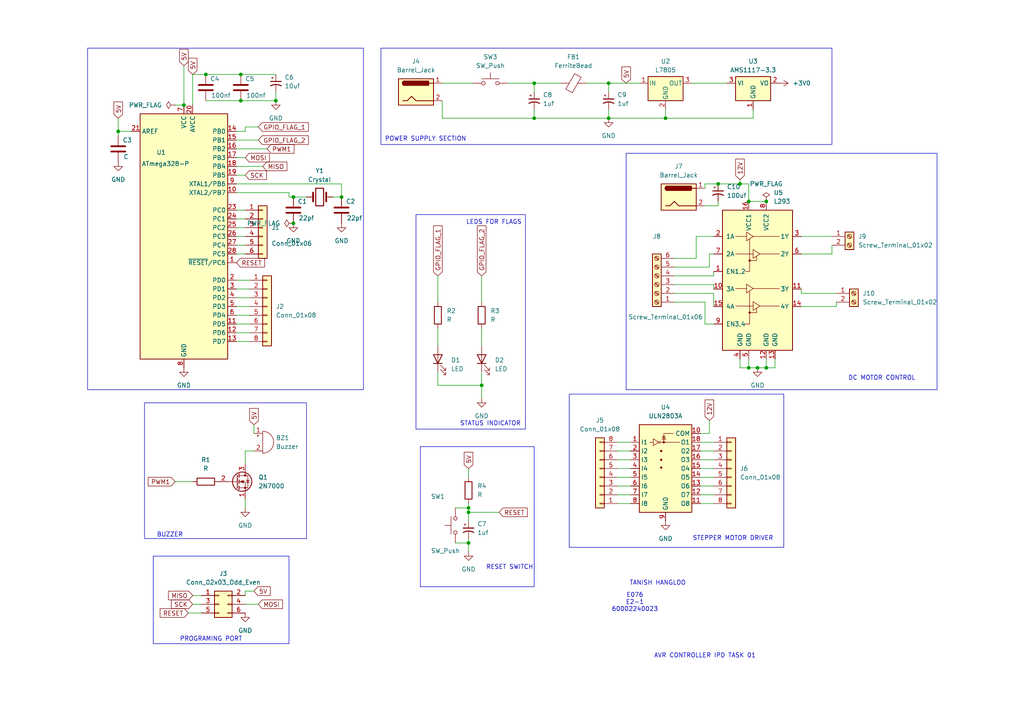
<source format=kicad_sch>
(kicad_sch (version 20250114) (generator "eeschema") (generator_version "9.0")
  (paper "A4")
  (lib_symbols
    (symbol "Connector:Barrel_Jack" (pin_names (offset 1.016))
      (property "Reference" "J" (at 0 5.334 0))
      (property "Value" "Barrel_Jack" (at 0 -5.08 0))
      (symbol "Barrel_Jack_1_1"
        (pin passive line (at 7.62 2.54 180) (length 2.54) (name "~") (number "1"))
        (pin passive line (at 7.62 -2.54 180) (length 2.54) (name "~") (number "2"))
      )
    )
    (symbol "Connector:Screw_Terminal_01x02" (pin_names (offset 1.016) (hide yes))
      (property "Reference" "J" (at 0 2.54 0))
      (property "Value" "Screw_Terminal_01x02" (at 0 -5.08 0))
      (symbol "Screw_Terminal_01x02_1_1"
        (pin passive line (at -5.08 0 0) (length 3.81) (name "Pin_1") (number "1"))
        (pin passive line (at -5.08 -2.54 0) (length 3.81) (name "Pin_2") (number "2"))
      )
    )
    (symbol "Connector:Screw_Terminal_01x06" (pin_names (offset 1.016) (hide yes))
      (property "Reference" "J" (at 0 7.62 0))
      (property "Value" "Screw_Terminal_01x06" (at 0 -10.16 0))
      (symbol "Screw_Terminal_01x06_1_1"
        (pin passive line (at -5.08 5.08 0) (length 3.81) (name "Pin_1") (number "1"))
        (pin passive line (at -5.08 2.54 0) (length 3.81) (name "Pin_2") (number "2"))
        (pin passive line (at -5.08 0 0) (length 3.81) (name "Pin_3") (number "3"))
        (pin passive line (at -5.08 -2.54 0) (length 3.81) (name "Pin_4") (number "4"))
        (pin passive line (at -5.08 -5.08 0) (length 3.81) (name "Pin_5") (number "5"))
        (pin passive line (at -5.08 -7.62 0) (length 3.81) (name "Pin_6") (number "6"))
      )
    )
    (symbol "Connector_Generic:Conn_01x06" (pin_names (offset 1.016) (hide yes))
      (property "Reference" "J" (at 0 7.62 0))
      (property "Value" "Conn_01x06" (at 0 -10.16 0))
      (symbol "Conn_01x06_1_1"
        (pin passive line (at -5.08 5.08 0) (length 3.81) (name "Pin_1") (number "1"))
        (pin passive line (at -5.08 2.54 0) (length 3.81) (name "Pin_2") (number "2"))
        (pin passive line (at -5.08 0 0) (length 3.81) (name "Pin_3") (number "3"))
        (pin passive line (at -5.08 -2.54 0) (length 3.81) (name "Pin_4") (number "4"))
        (pin passive line (at -5.08 -5.08 0) (length 3.81) (name "Pin_5") (number "5"))
        (pin passive line (at -5.08 -7.62 0) (length 3.81) (name "Pin_6") (number "6"))
      )
    )
    (symbol "Connector_Generic:Conn_01x08" (pin_names (offset 1.016) (hide yes))
      (property "Reference" "J" (at 0 10.16 0))
      (property "Value" "Conn_01x08" (at 0 -12.7 0))
      (symbol "Conn_01x08_1_1"
        (pin passive line (at -5.08 7.62 0) (length 3.81) (name "Pin_1") (number "1"))
        (pin passive line (at -5.08 5.08 0) (length 3.81) (name "Pin_2") (number "2"))
        (pin passive line (at -5.08 2.54 0) (length 3.81) (name "Pin_3") (number "3"))
        (pin passive line (at -5.08 0 0) (length 3.81) (name "Pin_4") (number "4"))
        (pin passive line (at -5.08 -2.54 0) (length 3.81) (name "Pin_5") (number "5"))
        (pin passive line (at -5.08 -5.08 0) (length 3.81) (name "Pin_6") (number "6"))
        (pin passive line (at -5.08 -7.62 0) (length 3.81) (name "Pin_7") (number "7"))
        (pin passive line (at -5.08 -10.16 0) (length 3.81) (name "Pin_8") (number "8"))
      )
    )
    (symbol "Connector_Generic:Conn_02x03_Odd_Even" (pin_names (offset 1.016) (hide yes))
      (property "Reference" "J" (at 1.27 5.08 0))
      (property "Value" "Conn_02x03_Odd_Even" (at 1.27 -5.08 0))
      (symbol "Conn_02x03_Odd_Even_1_1"
        (pin passive line (at -5.08 2.54 0) (length 3.81) (name "Pin_1") (number "1"))
        (pin passive line (at -5.08 0 0) (length 3.81) (name "Pin_3") (number "3"))
        (pin passive line (at -5.08 -2.54 0) (length 3.81) (name "Pin_5") (number "5"))
        (pin passive line (at 7.62 2.54 180) (length 3.81) (name "Pin_2") (number "2"))
        (pin passive line (at 7.62 0 180) (length 3.81) (name "Pin_4") (number "4"))
        (pin passive line (at 7.62 -2.54 180) (length 3.81) (name "Pin_6") (number "6"))
      )
    )
    (symbol "Device:Buzzer" (pin_names (offset 0.0254) (hide yes))
      (property "Reference" "BZ" (at 3.81 1.27 0))
      (property "Value" "Buzzer" (at 3.81 -1.27 0))
      (symbol "Buzzer_1_1"
        (pin passive line (at -2.54 2.54 0) (length 2.54) (name "+") (number "1"))
        (pin passive line (at -2.54 -2.54 0) (length 2.54) (name "-") (number "2"))
      )
    )
    (symbol "Device:C" (pin_numbers (hide yes)) (pin_names (offset 0.254))
      (property "Reference" "C" (at 0.635 2.54 0))
      (property "Value" "C" (at 0.635 -2.54 0))
      (symbol "C_1_1"
        (pin passive line (at 0 3.81 270) (length 2.794) (name "~") (number "1"))
        (pin passive line (at 0 -3.81 90) (length 2.794) (name "~") (number "2"))
      )
    )
    (symbol "Device:C_Polarized_Small_US" (pin_numbers (hide yes)) (pin_names (offset 0.254) (hide yes))
      (property "Reference" "C" (at 0.254 1.778 0))
      (property "Value" "C_Polarized_Small_US" (at 0.254 -2.032 0))
      (symbol "C_Polarized_Small_US_1_1"
        (pin passive line (at 0 2.54 270) (length 2.032) (name "~") (number "1"))
        (pin passive line (at 0 -2.54 90) (length 2.032) (name "~") (number "2"))
      )
    )
    (symbol "Device:Crystal" (pin_numbers (hide yes)) (pin_names (offset 1.016) (hide yes))
      (property "Reference" "Y" (at 0 3.81 0))
      (property "Value" "Crystal" (at 0 -3.81 0))
      (symbol "Crystal_1_1"
        (pin passive line (at -3.81 0 0) (length 1.27) (name "1") (number "1"))
        (pin passive line (at 3.81 0 180) (length 1.27) (name "2") (number "2"))
      )
    )
    (symbol "Device:FerriteBead" (pin_numbers (hide yes)) (pin_names (offset 0))
      (property "Reference" "FB" (at -3.81 0.635 90))
      (property "Value" "FerriteBead" (at 3.81 0 90))
      (symbol "FerriteBead_1_1"
        (pin passive line (at 0 3.81 270) (length 2.54) (name "~") (number "1"))
        (pin passive line (at 0 -3.81 90) (length 2.54) (name "~") (number "2"))
      )
    )
    (symbol "Device:LED" (pin_numbers (hide yes)) (pin_names (offset 1.016) (hide yes))
      (property "Reference" "D" (at 0 2.54 0))
      (property "Value" "LED" (at 0 -2.54 0))
      (symbol "LED_1_1"
        (pin passive line (at -3.81 0 0) (length 2.54) (name "K") (number "1"))
        (pin passive line (at 3.81 0 180) (length 2.54) (name "A") (number "2"))
      )
    )
    (symbol "Device:R" (pin_numbers (hide yes)) (pin_names (offset 0))
      (property "Reference" "R" (at 2.032 0 90))
      (property "Value" "R" (at 0 0 90))
      (symbol "R_1_1"
        (pin passive line (at 0 3.81 270) (length 1.27) (name "~") (number "1"))
        (pin passive line (at 0 -3.81 90) (length 1.27) (name "~") (number "2"))
      )
    )
    (symbol "Driver_Motor:L293" (pin_names (offset 1.016))
      (property "Reference" "U" (at -5.08 26.035 0))
      (property "Value" "L293" (at -5.08 24.13 0))
      (symbol "L293_1_1"
        (pin input line (at -12.7 15.24 0) (length 2.54) (name "1A") (number "2"))
        (pin input line (at -12.7 10.16 0) (length 2.54) (name "2A") (number "7"))
        (pin input line (at -12.7 5.08 0) (length 2.54) (name "EN1,2") (number "1"))
        (pin input line (at -12.7 0 0) (length 2.54) (name "3A") (number "10"))
        (pin input line (at -12.7 -5.08 0) (length 2.54) (name "4A") (number "15"))
        (pin input line (at -12.7 -10.16 0) (length 2.54) (name "EN3,4") (number "9"))
        (pin power_in line (at -5.08 -20.32 90) (length 2.54) (name "GND") (number "4"))
        (pin power_in line (at -2.54 25.4 270) (length 2.54) (name "VCC1") (number "16"))
        (pin power_in line (at -2.54 -20.32 90) (length 2.54) (name "GND") (number "5"))
        (pin power_in line (at 2.54 25.4 270) (length 2.54) (name "VCC2") (number "8"))
        (pin power_in line (at 2.54 -20.32 90) (length 2.54) (name "GND") (number "12"))
        (pin power_in line (at 5.08 -20.32 90) (length 2.54) (name "GND") (number "13"))
        (pin output line (at 12.7 15.24 180) (length 2.54) (name "1Y") (number "3"))
        (pin output line (at 12.7 10.16 180) (length 2.54) (name "2Y") (number "6"))
        (pin output line (at 12.7 0 180) (length 2.54) (name "3Y") (number "11"))
        (pin output line (at 12.7 -5.08 180) (length 2.54) (name "4Y") (number "14"))
      )
    )
    (symbol "MCU_Microchip_ATmega:ATmega328-P"
      (property "Reference" "U" (at -12.7 36.83 0))
      (property "Value" "ATmega328-P" (at 2.54 -36.83 0))
      (symbol "ATmega328-P_1_1"
        (pin passive line (at -15.24 30.48 0) (length 2.54) (name "AREF") (number "21"))
        (pin power_in line (at 0 38.1 270) (length 2.54) (name "VCC") (number "7"))
        (pin passive line (at 0 -38.1 90) (length 2.54) (hide yes) (name "GND") (number "22"))
        (pin power_in line (at 0 -38.1 90) (length 2.54) (name "GND") (number "8"))
        (pin power_in line (at 2.54 38.1 270) (length 2.54) (name "AVCC") (number "20"))
        (pin bidirectional line (at 15.24 30.48 180) (length 2.54) (name "PB0") (number "14"))
        (pin bidirectional line (at 15.24 27.94 180) (length 2.54) (name "PB1") (number "15"))
        (pin bidirectional line (at 15.24 25.4 180) (length 2.54) (name "PB2") (number "16"))
        (pin bidirectional line (at 15.24 22.86 180) (length 2.54) (name "PB3") (number "17"))
        (pin bidirectional line (at 15.24 20.32 180) (length 2.54) (name "PB4") (number "18"))
        (pin bidirectional line (at 15.24 17.78 180) (length 2.54) (name "PB5") (number "19"))
        (pin bidirectional line (at 15.24 15.24 180) (length 2.54) (name "XTAL1/PB6") (number "9"))
        (pin bidirectional line (at 15.24 12.7 180) (length 2.54) (name "XTAL2/PB7") (number "10"))
        (pin bidirectional line (at 15.24 7.62 180) (length 2.54) (name "PC0") (number "23"))
        (pin bidirectional line (at 15.24 5.08 180) (length 2.54) (name "PC1") (number "24"))
        (pin bidirectional line (at 15.24 2.54 180) (length 2.54) (name "PC2") (number "25"))
        (pin bidirectional line (at 15.24 0 180) (length 2.54) (name "PC3") (number "26"))
        (pin bidirectional line (at 15.24 -2.54 180) (length 2.54) (name "PC4") (number "27"))
        (pin bidirectional line (at 15.24 -5.08 180) (length 2.54) (name "PC5") (number "28"))
        (pin bidirectional line (at 15.24 -7.62 180) (length 2.54) (name "~{RESET}/PC6") (number "1"))
        (pin bidirectional line (at 15.24 -12.7 180) (length 2.54) (name "PD0") (number "2"))
        (pin bidirectional line (at 15.24 -15.24 180) (length 2.54) (name "PD1") (number "3"))
        (pin bidirectional line (at 15.24 -17.78 180) (length 2.54) (name "PD2") (number "4"))
        (pin bidirectional line (at 15.24 -20.32 180) (length 2.54) (name "PD3") (number "5"))
        (pin bidirectional line (at 15.24 -22.86 180) (length 2.54) (name "PD4") (number "6"))
        (pin bidirectional line (at 15.24 -25.4 180) (length 2.54) (name "PD5") (number "11"))
        (pin bidirectional line (at 15.24 -27.94 180) (length 2.54) (name "PD6") (number "12"))
        (pin bidirectional line (at 15.24 -30.48 180) (length 2.54) (name "PD7") (number "13"))
      )
    )
    (symbol "Regulator_Linear:AMS1117-3.3"
      (property "Reference" "U" (at -3.81 3.175 0))
      (property "Value" "AMS1117-3.3" (at 0 3.175 0))
      (symbol "AMS1117-3.3_1_1"
        (pin power_in line (at -7.62 0 0) (length 2.54) (name "VI") (number "3"))
        (pin power_in line (at 0 -7.62 90) (length 2.54) (name "GND") (number "1"))
        (pin power_out line (at 7.62 0 180) (length 2.54) (name "VO") (number "2"))
      )
    )
    (symbol "Regulator_Linear:L7805" (pin_names (offset 0.254))
      (property "Reference" "U" (at -3.81 3.175 0))
      (property "Value" "L7805" (at 0 3.175 0))
      (symbol "L7805_1_1"
        (pin power_in line (at -7.62 0 0) (length 2.54) (name "IN") (number "1"))
        (pin power_in line (at 0 -7.62 90) (length 2.54) (name "GND") (number "2"))
        (pin power_out line (at 7.62 0 180) (length 2.54) (name "OUT") (number "3"))
      )
    )
    (symbol "Switch:SW_Push" (pin_numbers (hide yes)) (pin_names (offset 1.016) (hide yes))
      (property "Reference" "SW" (at 1.27 2.54 0))
      (property "Value" "SW_Push" (at 0 -1.524 0))
      (symbol "SW_Push_0_1"
        (pin passive line (at -5.08 0 0) (length 2.54) (name "1") (number "1"))
        (pin passive line (at 5.08 0 180) (length 2.54) (name "2") (number "2"))
      )
    )
    (symbol "Transistor_Array:ULN2803A"
      (property "Reference" "U" (at 0 13.335 0))
      (property "Value" "ULN2803A" (at 0 11.43 0))
      (symbol "ULN2803A_1_1"
        (pin input line (at -10.16 5.08 0) (length 2.54) (name "I1") (number "1"))
        (pin input line (at -10.16 2.54 0) (length 2.54) (name "I2") (number "2"))
        (pin input line (at -10.16 0 0) (length 2.54) (name "I3") (number "3"))
        (pin input line (at -10.16 -2.54 0) (length 2.54) (name "I4") (number "4"))
        (pin input line (at -10.16 -5.08 0) (length 2.54) (name "I5") (number "5"))
        (pin input line (at -10.16 -7.62 0) (length 2.54) (name "I6") (number "6"))
        (pin input line (at -10.16 -10.16 0) (length 2.54) (name "I7") (number "7"))
        (pin input line (at -10.16 -12.7 0) (length 2.54) (name "I8") (number "8"))
        (pin power_in line (at 0 -17.78 90) (length 2.54) (name "GND") (number "9"))
        (pin passive line (at 10.16 7.62 180) (length 2.54) (name "COM") (number "10"))
        (pin open_collector line (at 10.16 5.08 180) (length 2.54) (name "O1") (number "18"))
        (pin open_collector line (at 10.16 2.54 180) (length 2.54) (name "O2") (number "17"))
        (pin open_collector line (at 10.16 0 180) (length 2.54) (name "O3") (number "16"))
        (pin open_collector line (at 10.16 -2.54 180) (length 2.54) (name "O4") (number "15"))
        (pin open_collector line (at 10.16 -5.08 180) (length 2.54) (name "O5") (number "14"))
        (pin open_collector line (at 10.16 -7.62 180) (length 2.54) (name "O6") (number "13"))
        (pin open_collector line (at 10.16 -10.16 180) (length 2.54) (name "O7") (number "12"))
        (pin open_collector line (at 10.16 -12.7 180) (length 2.54) (name "O8") (number "11"))
      )
    )
    (symbol "Transistor_FET:2N7000" (pin_names (hide yes))
      (property "Reference" "Q" (at 5.08 1.905 0))
      (property "Value" "2N7000" (at 5.08 0 0))
      (symbol "2N7000_1_1"
        (pin input line (at -5.08 0 0) (length 2.54) (name "G") (number "2"))
        (pin passive line (at 2.54 5.08 270) (length 2.54) (name "D") (number "3"))
        (pin passive line (at 2.54 -5.08 90) (length 2.54) (name "S") (number "1"))
      )
    )
    (symbol "power:+3V0" (power) (pin_numbers (hide yes)) (pin_names (offset 0) (hide yes))
      (property "Value" "+3V0" (at 0 3.556 0))
      (symbol "+3V0_1_1"
        (pin power_in line (at 0 0 90) (length 0) (name "~") (number "1"))
      )
    )
    (symbol "power:GND" (power) (pin_numbers (hide yes)) (pin_names (offset 0) (hide yes))
      (property "Value" "GND" (at 0 -3.81 0))
      (symbol "GND_1_1"
        (pin power_in line (at 0 0 270) (length 0) (name "~") (number "1"))
      )
    )
    (symbol "power:PWR_FLAG" (power) (pin_numbers (hide yes)) (pin_names (offset 0) (hide yes))
      (property "Value" "PWR_FLAG" (at 0 3.81 0))
      (symbol "PWR_FLAG_0_0"
        (pin power_out line (at 0 0 90) (length 0) (name "~") (number "1"))
      )
    )
  )
  (rectangle (start 121.92 129.54) (end 154.94 170.18))
  (rectangle (start 41.91 116.84) (end 88.9 156.21))
  (rectangle (start 165.1 114.3) (end 227.33 158.75))
  (rectangle (start 120.65 62.23) (end 152.4 124.46))
  (rectangle (start 25.4 13.97) (end 105.41 113.03))
  (rectangle (start 110.49 13.97) (end 241.3 41.91))
  (rectangle (start 44.45 161.29) (end 83.82 186.69))
  (rectangle (start 181.61 44.45) (end 271.78 113.03))
  (text "PROGRAMING PORT\n" (at 61.214 185.42 0) (effects (font (size 1.27 1.27))))
  (text "DC MOTOR CONTROL\n" (at 255.778 109.728 0) (effects (font (size 1.27 1.27))))
  (text "BUZZER\n" (at 49.276 155.194 0) (effects (font (size 1.27 1.27))))
  (text "AVR CONTROLLER IPD TASK 01\n" (at 204.47 190.246 0) (effects (font (size 1.27 1.27))))
  (text "RESET SWITCH\n" (at 147.828 164.592 0) (effects (font (size 1.27 1.27))))
  (text "STEPPER MOTOR DRIVER\n" (at 212.598 156.21 0) (effects (font (size 1.27 1.27))))
  (text "STATUS INDICATOR\n" (at 142.24 122.936 0) (effects (font (size 1.27 1.27))))
  (text "POWER SUPPLY SECTION\n" (at 123.444 40.386 0) (effects (font (size 1.27 1.27))))
  (text "LEDS FOR FLAGS\n" (at 143.256 64.516 0) (effects (font (size 1.27 1.27))))
  (text "TANISH HANGLOO" (at 190.754 169.164 0) (effects (font (size 1.27 1.27))))
  (text "E076\nE2-1\n60002240023\n" (at 184.15 174.752 0) (effects (font (size 1.27 1.27))))
  (junction (at 34.29 38.1))
  (junction (at 53.34 30.48))
  (junction (at 99.06 57.15))
  (junction (at 80.01 29.21))
  (junction (at 176.53 24.13))
  (junction (at 222.25 106.68))
  (junction (at 135.89 147.32))
  (junction (at 193.04 34.29))
  (junction (at 69.85 21.59))
  (junction (at 59.69 21.59))
  (junction (at 85.09 64.77))
  (junction (at 217.17 58.42))
  (junction (at 222.25 58.42))
  (junction (at 214.63 53.34))
  (junction (at 154.94 34.29))
  (junction (at 217.17 106.68))
  (junction (at 139.7 111.76))
  (junction (at 69.85 29.21))
  (junction (at 176.53 34.29))
  (junction (at 135.89 157.48))
  (junction (at 135.89 148.59))
  (junction (at 219.71 106.68))
  (junction (at 85.09 57.15))
  (junction (at 154.94 24.13))
  (junction (at 208.28 53.34))
  (wire (pts (xy 135.89 148.59) (xy 135.89 151.13)))
  (wire (pts (xy 71.12 50.8) (xy 68.58 50.8)))
  (wire (pts (xy 154.94 31.75) (xy 154.94 34.29)))
  (wire (pts (xy 207.01 138.43) (xy 203.2 138.43)))
  (wire (pts (xy 201.93 74.93) (xy 195.58 74.93)))
  (wire (pts (xy 69.85 21.59) (xy 80.01 21.59)))
  (wire (pts (xy 154.94 24.13) (xy 154.94 26.67)))
  (wire (pts (xy 83.82 55.88) (xy 68.58 55.88)))
  (wire (pts (xy 132.08 147.32) (xy 135.89 147.32)))
  (wire (pts (xy 218.44 34.29) (xy 218.44 31.75)))
  (wire (pts (xy 128.27 34.29) (xy 154.94 34.29)))
  (wire (pts (xy 179.07 135.89) (xy 182.88 135.89)))
  (wire (pts (xy 207.01 143.51) (xy 203.2 143.51)))
  (wire (pts (xy 72.39 86.36) (xy 68.58 86.36)))
  (wire (pts (xy 50.8 30.48) (xy 53.34 30.48)))
  (wire (pts (xy 54.61 177.8) (xy 58.42 177.8)))
  (wire (pts (xy 195.58 85.09) (xy 207.01 85.09)))
  (wire (pts (xy 135.89 156.21) (xy 135.89 157.48)))
  (wire (pts (xy 193.04 31.75) (xy 193.04 34.29)))
  (wire (pts (xy 139.7 107.95) (xy 139.7 111.76)))
  (wire (pts (xy 71.12 130.81) (xy 71.12 134.62)))
  (wire (pts (xy 55.88 21.59) (xy 59.69 21.59)))
  (wire (pts (xy 207.01 128.27) (xy 203.2 128.27)))
  (wire (pts (xy 232.41 85.09) (xy 232.41 83.82)))
  (wire (pts (xy 135.89 146.05) (xy 135.89 147.32)))
  (wire (pts (xy 241.3 73.66) (xy 241.3 71.12)))
  (wire (pts (xy 38.1 38.1) (xy 34.29 38.1)))
  (wire (pts (xy 74.93 36.83) (xy 71.12 36.83)))
  (wire (pts (xy 135.89 147.32) (xy 135.89 148.59)))
  (wire (pts (xy 73.66 171.45) (xy 71.12 171.45)))
  (wire (pts (xy 232.41 88.9) (xy 242.57 88.9)))
  (wire (pts (xy 55.88 172.72) (xy 58.42 172.72)))
  (wire (pts (xy 74.93 40.64) (xy 68.58 40.64)))
  (wire (pts (xy 53.34 19.05) (xy 53.34 30.48)))
  (wire (pts (xy 179.07 143.51) (xy 182.88 143.51)))
  (wire (pts (xy 34.29 34.29) (xy 34.29 38.1)))
  (wire (pts (xy 207.01 135.89) (xy 203.2 135.89)))
  (wire (pts (xy 99.06 53.34) (xy 68.58 53.34)))
  (wire (pts (xy 72.39 88.9) (xy 68.58 88.9)))
  (wire (pts (xy 96.52 57.15) (xy 99.06 57.15)))
  (wire (pts (xy 72.39 83.82) (xy 68.58 83.82)))
  (wire (pts (xy 71.12 68.58) (xy 68.58 68.58)))
  (wire (pts (xy 127 107.95) (xy 127 111.76)))
  (wire (pts (xy 135.89 135.89) (xy 135.89 138.43)))
  (wire (pts (xy 176.53 31.75) (xy 176.53 34.29)))
  (wire (pts (xy 127 95.25) (xy 127 100.33)))
  (wire (pts (xy 72.39 91.44) (xy 68.58 91.44)))
  (wire (pts (xy 207.01 133.35) (xy 203.2 133.35)))
  (wire (pts (xy 80.01 26.67) (xy 80.01 29.21)))
  (wire (pts (xy 128.27 24.13) (xy 137.16 24.13)))
  (wire (pts (xy 200.66 24.13) (xy 210.82 24.13)))
  (wire (pts (xy 217.17 104.14) (xy 217.17 106.68)))
  (wire (pts (xy 179.07 138.43) (xy 182.88 138.43)))
  (wire (pts (xy 68.58 48.26) (xy 76.2 48.26)))
  (wire (pts (xy 132.08 157.48) (xy 135.89 157.48)))
  (wire (pts (xy 217.17 106.68) (xy 219.71 106.68)))
  (wire (pts (xy 71.12 66.04) (xy 68.58 66.04)))
  (wire (pts (xy 176.53 34.29) (xy 193.04 34.29)))
  (wire (pts (xy 205.74 125.73) (xy 205.74 121.92)))
  (wire (pts (xy 73.66 123.19) (xy 73.66 125.73)))
  (wire (pts (xy 208.28 58.42) (xy 208.28 59.69)))
  (wire (pts (xy 176.53 24.13) (xy 185.42 24.13)))
  (wire (pts (xy 193.04 34.29) (xy 218.44 34.29)))
  (wire (pts (xy 217.17 58.42) (xy 222.25 58.42)))
  (wire (pts (xy 204.47 53.34) (xy 208.28 53.34)))
  (wire (pts (xy 71.12 130.81) (xy 73.66 130.81)))
  (wire (pts (xy 55.88 175.26) (xy 58.42 175.26)))
  (wire (pts (xy 195.58 77.47) (xy 205.74 77.47)))
  (wire (pts (xy 154.94 24.13) (xy 162.56 24.13)))
  (wire (pts (xy 83.82 57.15) (xy 85.09 57.15)))
  (wire (pts (xy 71.12 36.83) (xy 71.12 38.1)))
  (wire (pts (xy 59.69 29.21) (xy 69.85 29.21)))
  (wire (pts (xy 69.85 29.21) (xy 80.01 29.21)))
  (wire (pts (xy 71.12 171.45) (xy 71.12 172.72)))
  (wire (pts (xy 71.12 73.66) (xy 68.58 73.66)))
  (wire (pts (xy 242.57 85.09) (xy 232.41 85.09)))
  (wire (pts (xy 204.47 54.61) (xy 204.47 53.34)))
  (wire (pts (xy 207.01 68.58) (xy 201.93 68.58)))
  (wire (pts (xy 219.71 106.68) (xy 222.25 106.68)))
  (wire (pts (xy 154.94 34.29) (xy 176.53 34.29)))
  (wire (pts (xy 207.01 130.81) (xy 203.2 130.81)))
  (wire (pts (xy 139.7 95.25) (xy 139.7 100.33)))
  (wire (pts (xy 205.74 77.47) (xy 205.74 73.66)))
  (wire (pts (xy 204.47 93.98) (xy 207.01 93.98)))
  (wire (pts (xy 72.39 81.28) (xy 68.58 81.28)))
  (wire (pts (xy 71.12 45.72) (xy 68.58 45.72)))
  (wire (pts (xy 208.28 53.34) (xy 214.63 53.34)))
  (wire (pts (xy 77.47 43.18) (xy 68.58 43.18)))
  (wire (pts (xy 72.39 93.98) (xy 68.58 93.98)))
  (wire (pts (xy 207.01 82.55) (xy 207.01 83.82)))
  (wire (pts (xy 179.07 146.05) (xy 182.88 146.05)))
  (wire (pts (xy 195.58 80.01) (xy 207.01 80.01)))
  (wire (pts (xy 72.39 96.52) (xy 68.58 96.52)))
  (wire (pts (xy 71.12 38.1) (xy 68.58 38.1)))
  (wire (pts (xy 55.88 21.59) (xy 55.88 30.48)))
  (wire (pts (xy 147.32 24.13) (xy 154.94 24.13)))
  (wire (pts (xy 50.8 139.7) (xy 55.88 139.7)))
  (wire (pts (xy 203.2 125.73) (xy 205.74 125.73)))
  (wire (pts (xy 179.07 133.35) (xy 182.88 133.35)))
  (wire (pts (xy 195.58 87.63) (xy 204.47 87.63)))
  (wire (pts (xy 214.63 52.07) (xy 214.63 53.34)))
  (wire (pts (xy 224.79 104.14) (xy 224.79 106.68)))
  (wire (pts (xy 207.01 140.97) (xy 203.2 140.97)))
  (wire (pts (xy 71.12 60.96) (xy 68.58 60.96)))
  (wire (pts (xy 232.41 73.66) (xy 241.3 73.66)))
  (wire (pts (xy 34.29 38.1) (xy 34.29 39.37)))
  (wire (pts (xy 85.09 57.15) (xy 88.9 57.15)))
  (wire (pts (xy 207.01 85.09) (xy 207.01 88.9)))
  (wire (pts (xy 222.25 104.14) (xy 222.25 106.68)))
  (wire (pts (xy 170.18 24.13) (xy 176.53 24.13)))
  (wire (pts (xy 71.12 147.32) (xy 71.12 144.78)))
  (wire (pts (xy 204.47 87.63) (xy 204.47 93.98)))
  (wire (pts (xy 127 80.01) (xy 127 87.63)))
  (wire (pts (xy 232.41 68.58) (xy 241.3 68.58)))
  (wire (pts (xy 179.07 140.97) (xy 182.88 140.97)))
  (wire (pts (xy 99.06 57.15) (xy 99.06 53.34)))
  (wire (pts (xy 201.93 68.58) (xy 201.93 74.93)))
  (wire (pts (xy 179.07 130.81) (xy 182.88 130.81)))
  (wire (pts (xy 205.74 73.66) (xy 207.01 73.66)))
  (wire (pts (xy 207.01 146.05) (xy 203.2 146.05)))
  (wire (pts (xy 207.01 80.01) (xy 207.01 78.74)))
  (wire (pts (xy 139.7 80.01) (xy 139.7 87.63)))
  (wire (pts (xy 214.63 104.14) (xy 214.63 106.68)))
  (wire (pts (xy 176.53 24.13) (xy 176.53 26.67)))
  (wire (pts (xy 127 111.76) (xy 139.7 111.76)))
  (wire (pts (xy 139.7 111.76) (xy 139.7 115.57)))
  (wire (pts (xy 72.39 99.06) (xy 68.58 99.06)))
  (wire (pts (xy 242.57 88.9) (xy 242.57 87.63)))
  (wire (pts (xy 204.47 59.69) (xy 208.28 59.69)))
  (wire (pts (xy 224.79 106.68) (xy 222.25 106.68)))
  (wire (pts (xy 74.93 175.26) (xy 71.12 175.26)))
  (wire (pts (xy 71.12 71.12) (xy 68.58 71.12)))
  (wire (pts (xy 135.89 148.59) (xy 144.78 148.59)))
  (wire (pts (xy 179.07 128.27) (xy 182.88 128.27)))
  (wire (pts (xy 83.82 57.15) (xy 83.82 55.88)))
  (wire (pts (xy 59.69 21.59) (xy 69.85 21.59)))
  (wire (pts (xy 71.12 63.5) (xy 68.58 63.5)))
  (wire (pts (xy 128.27 29.21) (xy 128.27 34.29)))
  (wire (pts (xy 135.89 157.48) (xy 135.89 160.02)))
  (wire (pts (xy 217.17 53.34) (xy 217.17 58.42)))
  (wire (pts (xy 214.63 106.68) (xy 217.17 106.68)))
  (wire (pts (xy 195.58 82.55) (xy 207.01 82.55)))
  (wire (pts (xy 214.63 53.34) (xy 217.17 53.34)))
  (global_label "PWM1" (shape input) (at 50.8 139.7 180) (property "Intersheetrefs" "${INTERSHEET_REFS}" (effects (hide yes))))
  (global_label "MOSI" (shape input) (at 71.12 45.72 0) (property "Intersheetrefs" "${INTERSHEET_REFS}" (effects (hide yes))))
  (global_label "MISO" (shape input) (at 76.2 48.26 0) (property "Intersheetrefs" "${INTERSHEET_REFS}" (effects (hide yes))))
  (global_label "PWM1" (shape input) (at 77.47 43.18 0) (property "Intersheetrefs" "${INTERSHEET_REFS}" (effects (hide yes))))
  (global_label "GPIO_FLAG_1" (shape input) (at 74.93 36.83 0) (property "Intersheetrefs" "${INTERSHEET_REFS}" (effects (hide yes))))
  (global_label "RESET" (shape input) (at 144.78 148.59 0) (property "Intersheetrefs" "${INTERSHEET_REFS}" (effects (hide yes))))
  (global_label "5V" (shape input) (at 34.29 34.29 90) (property "Intersheetrefs" "${INTERSHEET_REFS}" (effects (hide yes))))
  (global_label "SCK" (shape input) (at 55.88 175.26 180) (property "Intersheetrefs" "${INTERSHEET_REFS}" (effects (hide yes))))
  (global_label "GPIO_FLAG_2" (shape input) (at 139.7 80.01 90) (property "Intersheetrefs" "${INTERSHEET_REFS}" (effects (hide yes))))
  (global_label "MOSI" (shape input) (at 74.93 175.26 0) (property "Intersheetrefs" "${INTERSHEET_REFS}" (effects (hide yes))))
  (global_label "RESET" (shape input) (at 54.61 177.8 180) (property "Intersheetrefs" "${INTERSHEET_REFS}" (effects (hide yes))))
  (global_label "RESET" (shape input) (at 68.58 76.2 0) (property "Intersheetrefs" "${INTERSHEET_REFS}" (effects (hide yes))))
  (global_label "GPIO_FLAG_2" (shape input) (at 74.93 40.64 0) (property "Intersheetrefs" "${INTERSHEET_REFS}" (effects (hide yes))))
  (global_label "5V" (shape input) (at 181.61 24.13 90) (property "Intersheetrefs" "${INTERSHEET_REFS}" (effects (hide yes))))
  (global_label "5V" (shape input) (at 53.34 19.05 90) (property "Intersheetrefs" "${INTERSHEET_REFS}" (effects (hide yes))))
  (global_label "5V" (shape input) (at 73.66 123.19 90) (property "Intersheetrefs" "${INTERSHEET_REFS}" (effects (hide yes))))
  (global_label "5V" (shape input) (at 73.66 171.45 0) (property "Intersheetrefs" "${INTERSHEET_REFS}" (effects (hide yes))))
  (global_label "MISO" (shape input) (at 55.88 172.72 180) (property "Intersheetrefs" "${INTERSHEET_REFS}" (effects (hide yes))))
  (global_label "SCK" (shape input) (at 71.12 50.8 0) (property "Intersheetrefs" "${INTERSHEET_REFS}" (effects (hide yes))))
  (global_label "12V" (shape input) (at 214.63 52.07 90) (property "Intersheetrefs" "${INTERSHEET_REFS}" (effects (hide yes))))
  (global_label "12V" (shape input) (at 205.74 121.92 90) (property "Intersheetrefs" "${INTERSHEET_REFS}" (effects (hide yes))))
  (global_label "5V" (shape input) (at 55.88 21.59 90) (property "Intersheetrefs" "${INTERSHEET_REFS}" (effects (hide yes))))
  (global_label "5V" (shape input) (at 135.89 135.89 90) (property "Intersheetrefs" "${INTERSHEET_REFS}" (effects (hide yes))))
  (global_label "GPIO_FLAG_1" (shape input) (at 127 80.01 90) (property "Intersheetrefs" "${INTERSHEET_REFS}" (effects (hide yes))))
  (symbol (lib_id "Device:C") (at 34.29 43.18 0) (unit 1)
    (property "Reference" "C3" (at 35.56 40.64 0) (effects (justify left)))
    (property "Value" "C" (at 35.814 45.466 0) (effects (justify left)))
    (property "Footprint" "Capacitor_THT:C_Disc_D5.0mm_W2.5mm_P5.00mm" (effects (hide yes)))
    (property "Description" "Unpolarized capacitor" (effects (hide yes)))
  )
  (symbol (lib_id "Device:C_Polarized_Small_US") (at 80.01 24.13 0) (unit 1)
    (property "Reference" "C6" (at 82.55 22.4281 0) (effects (justify left)))
    (property "Value" "10uf" (at 82.55 24.9681 0) (effects (justify left)))
    (property "Footprint" "Capacitor_THT:CP_Radial_D5.0mm_P2.50mm" (effects (hide yes)))
    (property "Description" "Polarized capacitor, small US symbol" (effects (hide yes)))
  )
  (symbol (lib_id "power:GND") (at 71.12 177.8 0) (unit 1)
    (property "Reference" "#PWR05" (effects (hide yes)))
    (property "Value" "GND" (at 71.12 182.88 0))
    (property "Description" "Power symbol creates a global label with name \"GND\" , ground" (effects (hide yes)))
  )
  (symbol (lib_id "power:GND") (at 34.29 46.99 0) (unit 1)
    (property "Reference" "#PWR04" (effects (hide yes)))
    (property "Value" "GND" (at 34.29 52.07 0))
    (property "Description" "Power symbol creates a global label with name \"GND\" , ground" (effects (hide yes)))
  )
  (symbol (lib_id "power:PWR_FLAG") (at 50.8 30.48 90) (unit 1)
    (property "Reference" "#FLG01" (effects (hide yes)))
    (property "Value" "PWR_FLAG" (at 46.99 30.4799 90) (effects (justify left)))
    (property "Description" "Special symbol for telling ERC where power comes from" (effects (hide yes)))
  )
  (symbol (lib_id "Connector_Generic:Conn_01x08") (at 77.47 88.9 0) (unit 1)
    (property "Reference" "J2" (at 80.01 88.8999 0) (effects (justify left)))
    (property "Value" "Conn_01x08" (at 80.01 91.4399 0) (effects (justify left)))
    (property "Footprint" "Connector_PinHeader_2.54mm:PinHeader_1x08_P2.54mm_Vertical" (effects (hide yes)))
    (property "Description" "Generic connector, single row, 01x08, script generated (kicad-library-utils/schlib/autogen/connector/)" (effects (hide yes)))
  )
  (symbol (lib_id "power:GND") (at 99.06 64.77 0) (unit 1)
    (property "Reference" "#PWR013" (effects (hide yes)))
    (property "Value" "GND" (at 99.06 69.85 0))
    (property "Description" "Power symbol creates a global label with name \"GND\" , ground" (effects (hide yes)))
  )
  (symbol (lib_id "Transistor_FET:2N7000") (at 68.58 139.7 0) (unit 1)
    (property "Reference" "Q1" (at 74.93 138.4299 0) (effects (justify left)))
    (property "Value" "2N7000" (at 74.93 140.9699 0) (effects (justify left)))
    (property "Footprint" "Package_TO_SOT_THT:TO-92_Inline" (effects (hide yes)))
    (property "Datasheet" "https://www.vishay.com/docs/70226/70226.pdf" (effects (hide yes)))
    (property "Description" "0.2A Id, 200V Vds, N-Channel MOSFET, 2.6V Logic Level, TO-92" (effects (hide yes)))
  )
  (symbol (lib_id "power:GND") (at 53.34 106.68 0) (unit 1)
    (property "Reference" "#PWR02" (effects (hide yes)))
    (property "Value" "GND" (at 53.34 111.76 0))
    (property "Description" "Power symbol creates a global label with name \"GND\" , ground" (effects (hide yes)))
  )
  (symbol (lib_id "power:GND") (at 80.01 29.21 0) (unit 1)
    (property "Reference" "#PWR03" (effects (hide yes)))
    (property "Value" "GND" (at 80.01 34.29 0))
    (property "Description" "Power symbol creates a global label with name \"GND\" , ground" (effects (hide yes)))
  )
  (symbol (lib_id "Device:Buzzer") (at 76.2 128.27 0) (unit 1)
    (property "Reference" "BZ1" (at 80.01 126.9999 0) (effects (justify left)))
    (property "Value" "Buzzer" (at 80.01 129.5399 0) (effects (justify left)))
    (property "Footprint" "Connector_PinHeader_2.54mm:PinHeader_1x02_P2.54mm_Vertical" (effects (hide yes)))
    (property "Description" "Buzzer, polarized" (effects (hide yes)))
  )
  (symbol (lib_id "power:GND") (at 193.04 151.13 0) (unit 1)
    (property "Reference" "#PWR010" (effects (hide yes)))
    (property "Value" "GND" (at 193.04 156.21 0))
    (property "Description" "Power symbol creates a global label with name \"GND\" , ground" (effects (hide yes)))
  )
  (symbol (lib_id "power:GND") (at 85.09 64.77 0) (unit 1)
    (property "Reference" "#PWR01" (effects (hide yes)))
    (property "Value" "GND" (at 85.09 69.85 0))
    (property "Description" "Power symbol creates a global label with name \"GND\" , ground" (effects (hide yes)))
  )
  (symbol (lib_id "power:GND") (at 71.12 147.32 0) (unit 1)
    (property "Reference" "#PWR06" (effects (hide yes)))
    (property "Value" "GND" (at 71.12 152.4 0))
    (property "Description" "Power symbol creates a global label with name \"GND\" , ground" (effects (hide yes)))
  )
  (symbol (lib_id "Transistor_Array:ULN2803A") (at 193.04 133.35 0) (unit 1)
    (property "Reference" "U4" (at 193.04 118.11 0))
    (property "Value" "ULN2803A" (at 193.04 120.65 0))
    (property "Footprint" "Package_DIP:DIP-18_W7.62mm" (effects (hide yes)))
    (property "Datasheet" "http://www.ti.com/lit/ds/symlink/uln2803a.pdf" (effects (hide yes)))
    (property "Description" "Darlington Transistor Arrays, SOIC18/DIP18" (effects (hide yes)))
  )
  (symbol (lib_id "Device:R") (at 139.7 91.44 0) (unit 1)
    (property "Reference" "R3" (at 142.24 90.1699 0) (effects (justify left)))
    (property "Value" "R" (at 142.24 92.7099 0) (effects (justify left)))
    (property "Footprint" "Resistor_THT:R_Axial_DIN0207_L6.3mm_D2.5mm_P15.24mm_Horizontal" (effects (hide yes)))
    (property "Description" "Resistor" (effects (hide yes)))
  )
  (symbol (lib_id "Connector:Screw_Terminal_01x02") (at 247.65 85.09 0) (unit 1)
    (property "Reference" "J10" (at 250.19 85.0899 0) (effects (justify left)))
    (property "Value" "Screw_Terminal_01x02" (at 250.19 87.6299 0) (effects (justify left)))
    (property "Footprint" "Connector_PinHeader_2.54mm:PinHeader_1x02_P2.54mm_Vertical" (effects (hide yes)))
    (property "Description" "Generic screw terminal, single row, 01x02, script generated (kicad-library-utils/schlib/autogen/connector/)" (effects (hide yes)))
  )
  (symbol (lib_id "Connector:Screw_Terminal_01x06") (at 190.5 82.55 180) (unit 1)
    (property "Reference" "J8" (at 190.5 68.58 0))
    (property "Value" "Screw_Terminal_01x06" (at 193.04 91.948 0))
    (property "Footprint" "Connector_PinHeader_2.54mm:PinHeader_1x06_P2.54mm_Vertical" (effects (hide yes)))
    (property "Description" "Generic screw terminal, single row, 01x06, script generated (kicad-library-utils/schlib/autogen/connector/)" (effects (hide yes)))
  )
  (symbol (lib_id "Device:R") (at 135.89 142.24 0) (unit 1)
    (property "Reference" "R4" (at 138.43 140.9699 0) (effects (justify left)))
    (property "Value" "R" (at 138.43 143.5099 0) (effects (justify left)))
    (property "Footprint" "Resistor_THT:R_Axial_DIN0207_L6.3mm_D2.5mm_P15.24mm_Horizontal" (effects (hide yes)))
    (property "Description" "Resistor" (effects (hide yes)))
  )
  (symbol (lib_id "Device:FerriteBead") (at 166.37 24.13 90) (unit 1)
    (property "Reference" "FB1" (at 166.3192 16.51 90))
    (property "Value" "FerriteBead" (at 166.3192 19.05 90))
    (property "Footprint" "Resistor_THT:R_Axial_DIN0207_L6.3mm_D2.5mm_P7.62mm_Horizontal" (effects (hide yes)))
    (property "Description" "Ferrite bead" (effects (hide yes)))
  )
  (symbol (lib_id "Device:C") (at 85.09 60.96 0) (unit 1)
    (property "Reference" "C1" (at 86.36 58.42 0) (effects (justify left)))
    (property "Value" "22pf" (at 86.614 63.246 0) (effects (justify left)))
    (property "Footprint" "Capacitor_THT:C_Disc_D5.0mm_W2.5mm_P5.00mm" (effects (hide yes)))
    (property "Description" "Unpolarized capacitor" (effects (hide yes)))
  )
  (symbol (lib_id "Device:R") (at 127 91.44 0) (unit 1)
    (property "Reference" "R2" (at 129.54 90.1699 0) (effects (justify left)))
    (property "Value" "R" (at 129.54 92.7099 0) (effects (justify left)))
    (property "Footprint" "Resistor_THT:R_Axial_DIN0207_L6.3mm_D2.5mm_P15.24mm_Horizontal" (effects (hide yes)))
    (property "Description" "Resistor" (effects (hide yes)))
  )
  (symbol (lib_id "Device:Crystal") (at 92.71 57.15 0) (unit 1)
    (property "Reference" "Y1" (at 92.71 49.53 0))
    (property "Value" "Crystal" (at 92.71 52.07 0))
    (property "Footprint" "Crystal:Crystal_HC49-U_Vertical" (effects (hide yes)))
    (property "Description" "Two pin crystal" (effects (hide yes)))
  )
  (symbol (lib_id "Connector:Screw_Terminal_01x02") (at 246.38 68.58 0) (unit 1)
    (property "Reference" "J9" (at 248.92 68.5799 0) (effects (justify left)))
    (property "Value" "Screw_Terminal_01x02" (at 248.92 71.1199 0) (effects (justify left)))
    (property "Footprint" "Connector_PinHeader_2.54mm:PinHeader_1x02_P2.54mm_Vertical" (effects (hide yes)))
    (property "Description" "Generic screw terminal, single row, 01x02, script generated (kicad-library-utils/schlib/autogen/connector/)" (effects (hide yes)))
  )
  (symbol (lib_id "power:GND") (at 139.7 115.57 0) (unit 1)
    (property "Reference" "#PWR07" (effects (hide yes)))
    (property "Value" "GND" (at 139.7 120.65 0))
    (property "Description" "Power symbol creates a global label with name \"GND\" , ground" (effects (hide yes)))
  )
  (symbol (lib_id "Device:LED") (at 127 104.14 90) (unit 1)
    (property "Reference" "D1" (at 130.81 104.4574 90) (effects (justify right)))
    (property "Value" "LED" (at 130.81 106.9974 90) (effects (justify right)))
    (property "Footprint" "LED_THT:LED_D5.0mm" (effects (hide yes)))
    (property "Description" "Light emitting diode" (effects (hide yes)))
    (property "Sim.Pins" "1=K 2=A" (effects (hide yes)))
  )
  (symbol (lib_id "Device:C_Polarized_Small_US") (at 176.53 29.21 0) (unit 1)
    (property "Reference" "C9" (at 179.07 27.5081 0) (effects (justify left)))
    (property "Value" "1uf" (at 179.07 30.0481 0) (effects (justify left)))
    (property "Footprint" "Capacitor_THT:C_Disc_D5.0mm_W2.5mm_P5.00mm" (effects (hide yes)))
    (property "Description" "Polarized capacitor, small US symbol" (effects (hide yes)))
  )
  (symbol (lib_id "Regulator_Linear:L7805") (at 193.04 24.13 0) (unit 1)
    (property "Reference" "U2" (at 193.04 17.78 0))
    (property "Value" "L7805" (at 193.04 20.32 0))
    (property "Footprint" "Package_TO_SOT_THT:TO-220-3_Vertical" (effects (hide yes)))
    (property "Datasheet" "http://www.st.com/content/ccc/resource/technical/document/datasheet/41/4f/b3/b0/12/d4/47/88/CD00000444.pdf/files/CD00000444.pdf/jcr:content/translations/en.CD00000444.pdf" (effects (hide yes)))
    (property "Description" "Positive 1.5A 35V Linear Regulator, Fixed Output 5V, TO-220/TO-263/TO-252" (effects (hide yes)))
  )
  (symbol (lib_id "Driver_Motor:L293") (at 219.71 83.82 0) (unit 1)
    (property "Reference" "U5" (at 224.3933 55.88 0) (effects (justify left)))
    (property "Value" "L293" (at 224.3933 58.42 0) (effects (justify left)))
    (property "Footprint" "Package_DIP:DIP-16_W7.62mm" (effects (hide yes)))
    (property "Datasheet" "http://www.ti.com/lit/ds/symlink/l293.pdf" (effects (hide yes)))
    (property "Description" "Quadruple Half-H Drivers" (effects (hide yes)))
  )
  (symbol (lib_id "power:GND") (at 176.53 34.29 0) (unit 1)
    (property "Reference" "#PWR09" (effects (hide yes)))
    (property "Value" "GND" (at 176.53 39.37 0))
    (property "Description" "Power symbol creates a global label with name \"GND\" , ground" (effects (hide yes)))
  )
  (symbol (lib_id "power:GND") (at 135.89 160.02 0) (unit 1)
    (property "Reference" "#PWR08" (effects (hide yes)))
    (property "Value" "GND" (at 135.89 165.1 0))
    (property "Description" "Power symbol creates a global label with name \"GND\" , ground" (effects (hide yes)))
  )
  (symbol (lib_id "MCU_Microchip_ATmega:ATmega328-P") (at 53.34 68.58 0) (unit 1)
    (property "Reference" "U1" (at 46.736 44.196 0))
    (property "Value" "ATmega328-P" (at 48.006 47.498 0))
    (property "Footprint" "Package_DIP:DIP-28_W7.62mm" (effects (hide yes)))
    (property "Datasheet" "http://ww1.microchip.com/downloads/en/DeviceDoc/ATmega328_P%20AVR%20MCU%20with%20picoPower%20Technology%20Data%20Sheet%2040001984A.pdf" (effects (hide yes)))
    (property "Description" "20MHz, 32kB Flash, 2kB SRAM, 1kB EEPROM, DIP-28" (effects (hide yes)))
  )
  (symbol (lib_id "Connector:Barrel_Jack") (at 120.65 26.67 0) (unit 1)
    (property "Reference" "J4" (at 120.65 17.78 0))
    (property "Value" "Barrel_Jack" (at 120.65 20.32 0))
    (property "Footprint" "Connector_PinHeader_2.54mm:PinHeader_1x02_P2.54mm_Vertical" (effects (hide yes)))
    (property "Description" "DC Barrel Jack" (effects (hide yes)))
  )
  (symbol (lib_id "Device:LED") (at 139.7 104.14 90) (unit 1)
    (property "Reference" "D2" (at 143.51 104.4574 90) (effects (justify right)))
    (property "Value" "LED" (at 143.51 106.9974 90) (effects (justify right)))
    (property "Footprint" "LED_THT:LED_D5.0mm" (effects (hide yes)))
    (property "Description" "Light emitting diode" (effects (hide yes)))
    (property "Sim.Pins" "1=K 2=A" (effects (hide yes)))
  )
  (symbol (lib_id "Device:C_Polarized_Small_US") (at 135.89 153.67 0) (unit 1)
    (property "Reference" "C7" (at 138.43 151.9681 0) (effects (justify left)))
    (property "Value" "1uf" (at 138.43 154.5081 0) (effects (justify left)))
    (property "Footprint" "Capacitor_THT:C_Disc_D5.0mm_W2.5mm_P5.00mm" (effects (hide yes)))
    (property "Description" "Polarized capacitor, small US symbol" (effects (hide yes)))
  )
  (symbol (lib_id "power:PWR_FLAG") (at 222.25 58.42 0) (unit 1)
    (property "Reference" "#FLG03" (effects (hide yes)))
    (property "Value" "PWR_FLAG" (at 222.25 53.34 0))
    (property "Description" "Special symbol for telling ERC where power comes from" (effects (hide yes)))
  )
  (symbol (lib_id "Connector_Generic:Conn_02x03_Odd_Even") (at 63.5 175.26 0) (unit 1)
    (property "Reference" "J3" (at 64.77 166.37 0))
    (property "Value" "Conn_02x03_Odd_Even" (at 64.77 168.91 0))
    (property "Footprint" "Connector_PinHeader_2.54mm:PinHeader_2x03_P2.54mm_Vertical" (effects (hide yes)))
    (property "Description" "Generic connector, double row, 02x03, odd/even pin numbering scheme (row 1 odd numbers, row 2 even numbers), script generated (kicad-library-utils/schlib/autogen/connector/)" (effects (hide yes)))
  )
  (symbol (lib_id "Connector_Generic:Conn_01x08") (at 173.99 138.43 180) (unit 1)
    (property "Reference" "J5" (at 173.99 121.92 0))
    (property "Value" "Conn_01x08" (at 173.99 124.46 0))
    (property "Footprint" "Connector_PinHeader_2.54mm:PinHeader_1x08_P2.54mm_Vertical" (effects (hide yes)))
    (property "Description" "Generic connector, single row, 01x08, script generated (kicad-library-utils/schlib/autogen/connector/)" (effects (hide yes)))
  )
  (symbol (lib_id "Switch:SW_Push") (at 142.24 24.13 0) (unit 1)
    (property "Reference" "SW3" (at 142.24 16.51 0))
    (property "Value" "SW_Push" (at 142.24 19.05 0))
    (property "Footprint" "Connector_PinHeader_2.54mm:PinHeader_1x02_P2.54mm_Vertical" (effects (hide yes)))
    (property "Description" "Push button switch, generic, two pins" (effects (hide yes)))
  )
  (symbol (lib_id "Device:C_Polarized_Small_US") (at 154.94 29.21 0) (unit 1)
    (property "Reference" "C8" (at 157.48 27.5081 0) (effects (justify left)))
    (property "Value" "1uf" (at 157.48 30.0481 0) (effects (justify left)))
    (property "Footprint" "Capacitor_THT:C_Disc_D5.0mm_W2.5mm_P5.00mm" (effects (hide yes)))
    (property "Description" "Polarized capacitor, small US symbol" (effects (hide yes)))
  )
  (symbol (lib_id "Device:C") (at 69.85 25.4 0) (unit 1)
    (property "Reference" "C5" (at 71.12 22.86 0) (effects (justify left)))
    (property "Value" "100nf" (at 71.374 27.686 0) (effects (justify left)))
    (property "Footprint" "Capacitor_THT:CP_Radial_D5.0mm_P2.50mm" (effects (hide yes)))
    (property "Description" "Unpolarized capacitor" (effects (hide yes)))
  )
  (symbol (lib_id "power:+3V0") (at 226.06 24.13 270) (unit 1)
    (property "Reference" "#PWR012" (effects (hide yes)))
    (property "Value" "+3V0" (at 229.87 24.1299 90) (effects (justify left)))
    (property "Description" "Power symbol creates a global label with name \"+3V0\"" (effects (hide yes)))
  )
  (symbol (lib_id "Connector:Barrel_Jack") (at 196.85 57.15 0) (unit 1)
    (property "Reference" "J7" (at 196.85 48.26 0))
    (property "Value" "Barrel_Jack" (at 196.85 50.8 0))
    (property "Footprint" "TerminalBlock_Phoenix:TerminalBlock_Phoenix_PT-1,5-2-5.0-H_1x02_P5.00mm_Horizontal" (effects (hide yes)))
    (property "Description" "DC Barrel Jack" (effects (hide yes)))
  )
  (symbol (lib_id "Connector_Generic:Conn_01x08") (at 212.09 135.89 0) (unit 1)
    (property "Reference" "J6" (at 214.63 135.8899 0) (effects (justify left)))
    (property "Value" "Conn_01x08" (at 214.63 138.4299 0) (effects (justify left)))
    (property "Footprint" "Connector_PinHeader_2.54mm:PinHeader_1x08_P2.54mm_Vertical" (effects (hide yes)))
    (property "Description" "Generic connector, single row, 01x08, script generated (kicad-library-utils/schlib/autogen/connector/)" (effects (hide yes)))
  )
  (symbol (lib_id "power:GND") (at 219.71 106.68 0) (unit 1)
    (property "Reference" "#PWR011" (effects (hide yes)))
    (property "Value" "GND" (at 219.71 111.76 0))
    (property "Description" "Power symbol creates a global label with name \"GND\" , ground" (effects (hide yes)))
  )
  (symbol (lib_id "Device:C") (at 59.69 25.4 0) (unit 1)
    (property "Reference" "C4" (at 60.96 22.86 0) (effects (justify left)))
    (property "Value" "100nf" (at 61.214 27.686 0) (effects (justify left)))
    (property "Footprint" "Capacitor_THT:CP_Radial_D5.0mm_P2.50mm" (effects (hide yes)))
    (property "Description" "Unpolarized capacitor" (effects (hide yes)))
  )
  (symbol (lib_id "Switch:SW_Push") (at 132.08 152.4 90) (unit 1)
    (property "Reference" "SW1" (at 124.968 144.018 90) (effects (justify right)))
    (property "Value" "SW_Push" (at 124.968 159.766 90) (effects (justify right)))
    (property "Footprint" "Connector_PinHeader_2.54mm:PinHeader_1x02_P2.54mm_Vertical" (effects (hide yes)))
    (property "Description" "Push button switch, generic, two pins" (effects (hide yes)))
  )
  (symbol (lib_id "Device:C") (at 99.06 60.96 0) (unit 1)
    (property "Reference" "C2" (at 100.33 58.42 0) (effects (justify left)))
    (property "Value" "22pf" (at 100.584 63.246 0) (effects (justify left)))
    (property "Footprint" "Capacitor_THT:C_Disc_D5.0mm_W2.5mm_P5.00mm" (effects (hide yes)))
    (property "Description" "Unpolarized capacitor" (effects (hide yes)))
  )
  (symbol (lib_id "Device:C_Polarized_Small_US") (at 208.28 55.88 0) (unit 1)
    (property "Reference" "C10" (at 210.82 54.1781 0) (effects (justify left)))
    (property "Value" "100uf" (at 210.82 56.7181 0) (effects (justify left)))
    (property "Footprint" "Capacitor_THT:C_Disc_D5.0mm_W2.5mm_P5.00mm" (effects (hide yes)))
    (property "Description" "Polarized capacitor, small US symbol" (effects (hide yes)))
  )
  (symbol (lib_id "Regulator_Linear:AMS1117-3.3") (at 218.44 24.13 0) (unit 1)
    (property "Reference" "U3" (at 218.44 17.78 0))
    (property "Value" "AMS1117-3.3" (at 218.44 20.32 0))
    (property "Footprint" "Package_TO_SOT_SMD:SOT-223-3_TabPin2" (effects (hide yes)))
    (property "Datasheet" "http://www.advanced-monolithic.com/pdf/ds1117.pdf" (effects (hide yes)))
    (property "Description" "1A Low Dropout regulator, positive, 3.3V fixed output, SOT-223" (effects (hide yes)))
  )
  (symbol (lib_id "Connector_Generic:Conn_01x06") (at 76.2 66.04 0) (unit 1)
    (property "Reference" "J1" (at 78.74 66.0399 0) (effects (justify left)))
    (property "Value" "Conn_01x06" (at 78.74 70.612 0) (effects (justify left)))
    (property "Footprint" "Connector_PinHeader_2.54mm:PinHeader_1x06_P2.54mm_Vertical" (effects (hide yes)))
    (property "Description" "Generic connector, single row, 01x06, script generated (kicad-library-utils/schlib/autogen/connector/)" (effects (hide yes)))
  )
  (symbol (lib_id "power:PWR_FLAG") (at 85.09 64.77 90) (unit 1)
    (property "Reference" "#FLG02" (effects (hide yes)))
    (property "Value" "PWR_FLAG" (at 81.28 64.7699 90) (effects (justify left)))
    (property "Description" "Special symbol for telling ERC where power comes from" (effects (hide yes)))
  )
  (symbol (lib_id "Device:R") (at 59.69 139.7 270) (unit 1)
    (property "Reference" "R1" (at 59.69 133.35 90))
    (property "Value" "R" (at 59.69 135.89 90))
    (property "Footprint" "Resistor_THT:R_Axial_DIN0207_L6.3mm_D2.5mm_P15.24mm_Horizontal" (effects (hide yes)))
    (property "Description" "Resistor" (effects (hide yes)))
  )
)
</source>
